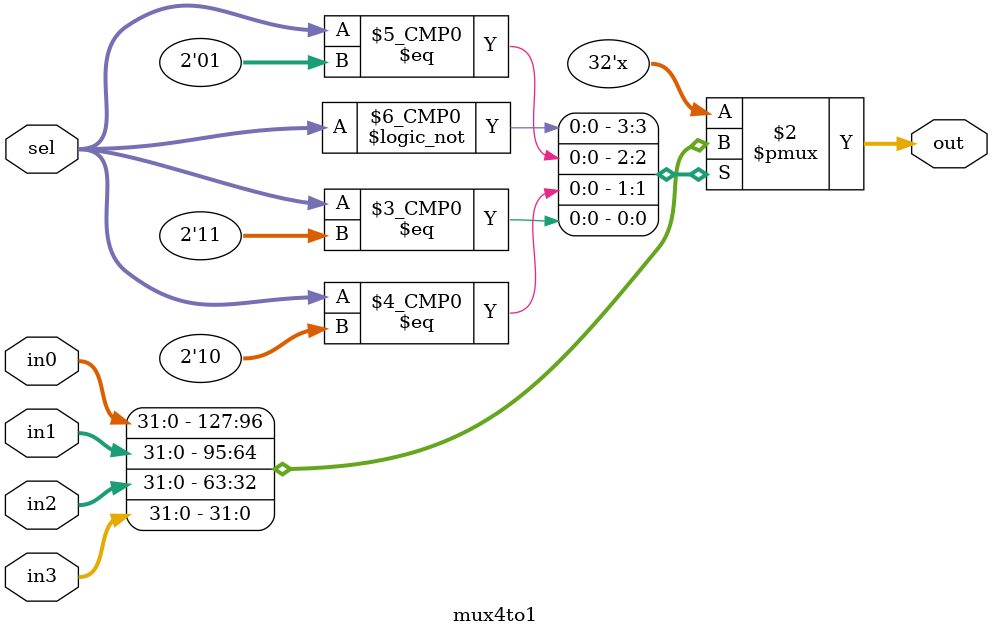
<source format=v>
module mux4to1(out, in0, in1, in2, in3, sel);
    input [31:0] in0, in1, in2, in3;
    input [1:0] sel;
    output [31:0] out;

    reg [31:0] out;

    // Yep, we can also use commas instead of 'or'
    // in the sensitivity list in always blocks.
    always @ (in0, in1, in2, in3, sel) begin
        case (sel)
            2'b00: out = in0;
            2'b01: out = in1;
            2'b10: out = in2;
            2'b11: out = in3;
        endcase
    end
endmodule
</source>
